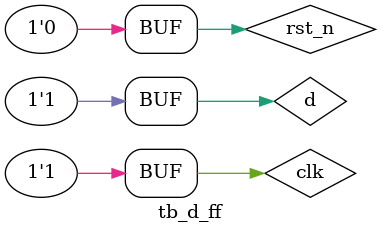
<source format=sv>
`timescale 1ns / 1ps
module tb_d_ff ();

	logic clk, rst_n, d, q;
	
	d_ff UUT (	.clk(clk), 
			.rst_n(rst_n), 
			.d(d), 
			.q(q));

	initial begin
		clk = 0;
		rst_n = 1;
		d = 1;
		#10 rst_n = 0;
		#5 clk = ~clk;
		#5 rst_n = 1;
		#10 clk = ~clk;
		#15 clk = ~clk;
		#15 clk = ~clk;
		#5 rst_n = 0;
		#10 clk = ~clk;
		#10;		
	end 
endmodule

</source>
